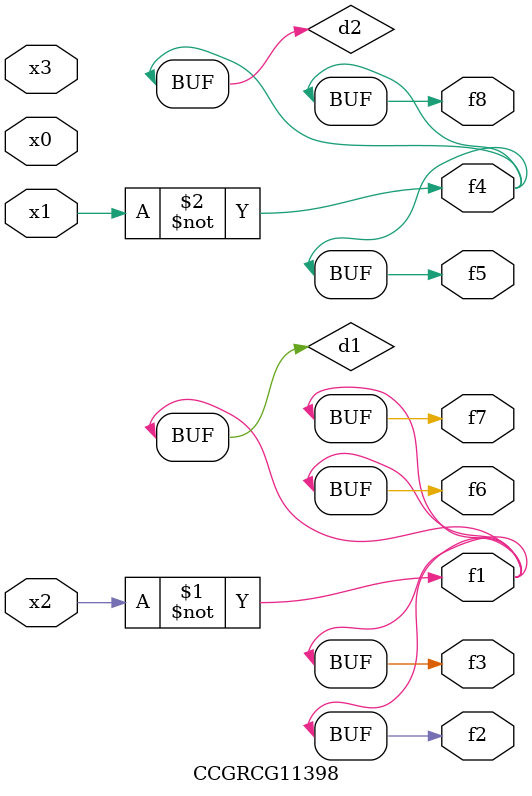
<source format=v>
module CCGRCG11398(
	input x0, x1, x2, x3,
	output f1, f2, f3, f4, f5, f6, f7, f8
);

	wire d1, d2;

	xnor (d1, x2);
	not (d2, x1);
	assign f1 = d1;
	assign f2 = d1;
	assign f3 = d1;
	assign f4 = d2;
	assign f5 = d2;
	assign f6 = d1;
	assign f7 = d1;
	assign f8 = d2;
endmodule

</source>
